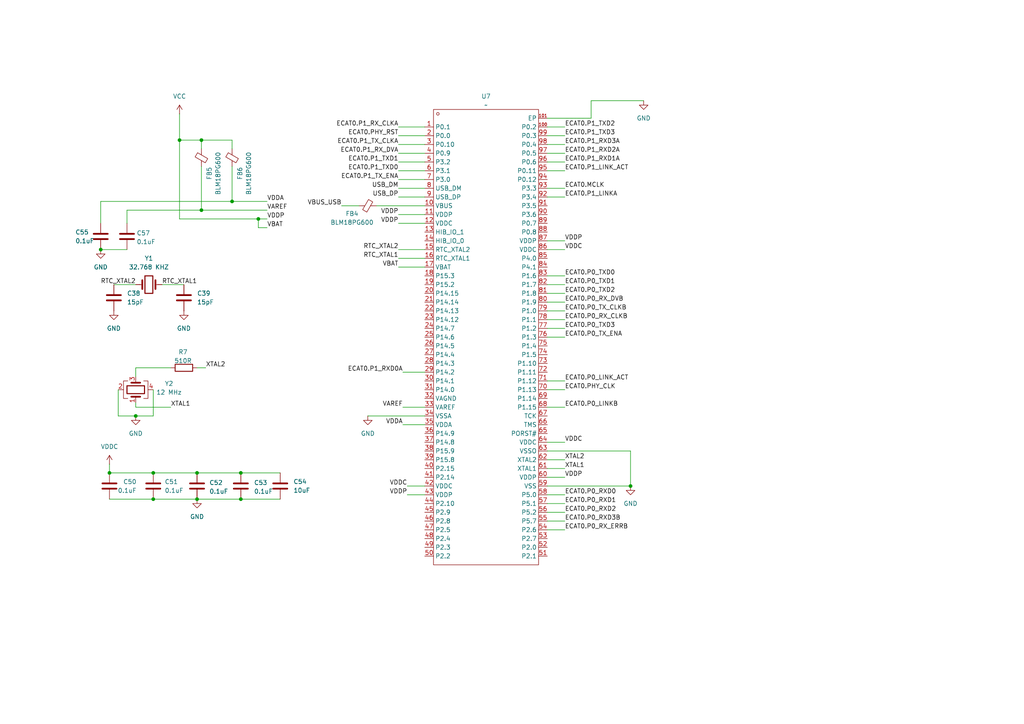
<source format=kicad_sch>
(kicad_sch (version 20231120) (generator "eeschema") (generator_version "8.0")
  (paper "A4")
  (lib_symbols
    (symbol "Device:C" (pin_numbers hide) (pin_names (offset 0.254))
      (property "Reference" "C" (at 0.635 2.54 0))
      (property "Value" "C" (at 0.635 -2.54 0))
      (symbol "C_0_1"
        (polyline (pts (xy -2.032 -0.762) (xy 2.032 -0.762)) (stroke (width 0.508)))
        (polyline (pts (xy -2.032 0.762) (xy 2.032 0.762)) (stroke (width 0.508)))
      )
      (symbol "C_1_1"
        (pin passive line (at 0 3.81 270) (length 2.794) (name "~") (number "1"))
        (pin passive line (at 0 -3.81 90) (length 2.794) (name "~") (number "2"))
      )
    )
    (symbol "Device:Crystal" (pin_numbers hide) (pin_names (offset 1.016) hide)
      (property "Reference" "Y" (at 0 3.81 0))
      (property "Value" "Crystal" (at 0 -3.81 0))
      (symbol "Crystal_0_1"
        (rectangle (start -1.143 2.54) (end 1.143 -2.54) (stroke (width 0.3048)))
        (polyline (pts (xy -2.54 0) (xy -1.905 0)))
        (polyline (pts (xy -1.905 -1.27) (xy -1.905 1.27)) (stroke (width 0.508)))
        (polyline (pts (xy 1.905 -1.27) (xy 1.905 1.27)) (stroke (width 0.508)))
        (polyline (pts (xy 2.54 0) (xy 1.905 0)))
      )
      (symbol "Crystal_1_1"
        (pin passive line (at -3.81 0 0) (length 1.27) (name "1") (number "1"))
        (pin passive line (at 3.81 0 180) (length 1.27) (name "2") (number "2"))
      )
    )
    (symbol "Device:Crystal_GND24" (pin_names (offset 1.016) hide)
      (property "Reference" "Y" (at 3.175 5.08 0))
      (property "Value" "Crystal_GND24" (at 3.175 3.175 0))
      (symbol "Crystal_GND24_0_1"
        (rectangle (start -1.143 2.54) (end 1.143 -2.54) (stroke (width 0.3048)))
        (polyline (pts (xy -2.54 0) (xy -2.032 0)))
        (polyline (pts (xy -2.032 -1.27) (xy -2.032 1.27)) (stroke (width 0.508)))
        (polyline (pts (xy 0 -3.81) (xy 0 -3.556)))
        (polyline (pts (xy 0 3.556) (xy 0 3.81)))
        (polyline (pts (xy 2.032 -1.27) (xy 2.032 1.27)) (stroke (width 0.508)))
        (polyline (pts (xy 2.032 0) (xy 2.54 0)))
        (polyline (pts (xy -2.54 -2.286) (xy -2.54 -3.556) (xy 2.54 -3.556) (xy 2.54 -2.286)))
        (polyline (pts (xy -2.54 2.286) (xy -2.54 3.556) (xy 2.54 3.556) (xy 2.54 2.286)))
      )
      (symbol "Crystal_GND24_1_1"
        (pin passive line (at -3.81 0 0) (length 1.27) (name "1") (number "1"))
        (pin passive line (at 0 5.08 270) (length 1.27) (name "2") (number "2"))
        (pin passive line (at 3.81 0 180) (length 1.27) (name "3") (number "3"))
        (pin passive line (at 0 -5.08 90) (length 1.27) (name "4") (number "4"))
      )
    )
    (symbol "Device:FerriteBead_Small" (pin_numbers hide) (pin_names (offset 0))
      (property "Reference" "FB" (at 1.905 1.27 0))
      (property "Value" "FerriteBead_Small" (at 1.905 -1.27 0))
      (symbol "FerriteBead_Small_0_1"
        (polyline (pts (xy 0 -1.27) (xy 0 -0.7874)))
        (polyline (pts (xy 0 0.889) (xy 0 1.2954)))
        (polyline (pts (xy -1.8288 0.2794) (xy -1.1176 1.4986) (xy 1.8288 -0.2032) (xy 1.1176 -1.4224) (xy -1.8288 0.2794)))
      )
      (symbol "FerriteBead_Small_1_1"
        (pin passive line (at 0 2.54 270) (length 1.27) (name "~") (number "1"))
        (pin passive line (at 0 -2.54 90) (length 1.27) (name "~") (number "2"))
      )
    )
    (symbol "Device:R" (pin_numbers hide) (pin_names (offset 0))
      (property "Reference" "R" (at 2.032 0 90))
      (property "Value" "R" (at 0 0 90))
      (symbol "R_0_1"
        (rectangle (start -1.016 -2.54) (end 1.016 2.54) (stroke (width 0.254)))
      )
      (symbol "R_1_1"
        (pin passive line (at 0 3.81 270) (length 1.27) (name "~") (number "1"))
        (pin passive line (at 0 -3.81 90) (length 1.27) (name "~") (number "2"))
      )
    )
    (symbol "XMC4800:XMC4800F100K1024AAXQMA1"
      (property "Reference" "U" (at 0 0 0))
      (symbol "XMC4800F100K1024AAXQMA1_1_0"
        (rectangle (start -15.24 -66.04) (end 15.24 66.04))
        (circle (center -13.97 64.77) (radius 0.381))
        (pin passive line (at -17.78 60.96 0) (length 2.54) (name "P0.1") (number "1"))
        (pin passive line (at -17.78 38.1 0) (length 2.54) (name "VBUS") (number "10"))
        (pin passive line (at 17.78 60.96 180) (length 2.54) (name "P0.2") (number "100"))
        (pin passive line (at 17.78 63.5 180) (length 2.54) (name "EP") (number "101"))
        (pin passive line (at -17.78 35.56 0) (length 2.54) (name "VDDP") (number "11"))
        (pin passive line (at -17.78 33.02 0) (length 2.54) (name "VDDC") (number "12"))
        (pin passive line (at -17.78 30.48 0) (length 2.54) (name "HIB_IO_1") (number "13"))
        (pin passive line (at -17.78 27.94 0) (length 2.54) (name "HIB_IO_0") (number "14"))
        (pin passive line (at -17.78 25.4 0) (length 2.54) (name "RTC_XTAL2") (number "15"))
        (pin passive line (at -17.78 22.86 0) (length 2.54) (name "RTC_XTAL1") (number "16"))
        (pin passive line (at -17.78 20.32 0) (length 2.54) (name "VBAT") (number "17"))
        (pin passive line (at -17.78 17.78 0) (length 2.54) (name "P15.3") (number "18"))
        (pin passive line (at -17.78 15.24 0) (length 2.54) (name "P15.2") (number "19"))
        (pin passive line (at -17.78 58.42 0) (length 2.54) (name "P0.0") (number "2"))
        (pin passive line (at -17.78 12.7 0) (length 2.54) (name "P14.15") (number "20"))
        (pin passive line (at -17.78 10.16 0) (length 2.54) (name "P14.14") (number "21"))
        (pin passive line (at -17.78 7.62 0) (length 2.54) (name "P14.13") (number "22"))
        (pin passive line (at -17.78 5.08 0) (length 2.54) (name "P14.12") (number "23"))
        (pin passive line (at -17.78 2.54 0) (length 2.54) (name "P14.7") (number "24"))
        (pin passive line (at -17.78 0 0) (length 2.54) (name "P14.6") (number "25"))
        (pin passive line (at -17.78 -2.54 0) (length 2.54) (name "P14.5") (number "26"))
        (pin passive line (at -17.78 -5.08 0) (length 2.54) (name "P14.4") (number "27"))
        (pin passive line (at -17.78 -7.62 0) (length 2.54) (name "P14.3") (number "28"))
        (pin passive line (at -17.78 -10.16 0) (length 2.54) (name "P14.2") (number "29"))
        (pin passive line (at -17.78 55.88 0) (length 2.54) (name "P0.10") (number "3"))
        (pin passive line (at -17.78 -12.7 0) (length 2.54) (name "P14.1") (number "30"))
        (pin passive line (at -17.78 -15.24 0) (length 2.54) (name "P14.0") (number "31"))
        (pin passive line (at -17.78 -17.78 0) (length 2.54) (name "VAGND") (number "32"))
        (pin passive line (at -17.78 -20.32 0) (length 2.54) (name "VAREF") (number "33"))
        (pin passive line (at -17.78 -22.86 0) (length 2.54) (name "VSSA") (number "34"))
        (pin passive line (at -17.78 -25.4 0) (length 2.54) (name "VDDA") (number "35"))
        (pin passive line (at -17.78 -27.94 0) (length 2.54) (name "P14.9") (number "36"))
        (pin passive line (at -17.78 -30.48 0) (length 2.54) (name "P14.8") (number "37"))
        (pin passive line (at -17.78 -33.02 0) (length 2.54) (name "P15.9") (number "38"))
        (pin passive line (at -17.78 -35.56 0) (length 2.54) (name "P15.8") (number "39"))
        (pin passive line (at -17.78 53.34 0) (length 2.54) (name "P0.9") (number "4"))
        (pin passive line (at -17.78 -38.1 0) (length 2.54) (name "P2.15") (number "40"))
        (pin passive line (at -17.78 -40.64 0) (length 2.54) (name "P2.14") (number "41"))
        (pin passive line (at -17.78 -43.18 0) (length 2.54) (name "VDDC") (number "42"))
        (pin passive line (at -17.78 -45.72 0) (length 2.54) (name "VDDP") (number "43"))
        (pin passive line (at -17.78 -48.26 0) (length 2.54) (name "P2.10") (number "44"))
        (pin passive line (at -17.78 -50.8 0) (length 2.54) (name "P2.9") (number "45"))
        (pin passive line (at -17.78 -53.34 0) (length 2.54) (name "P2.8") (number "46"))
        (pin passive line (at -17.78 -55.88 0) (length 2.54) (name "P2.5") (number "47"))
        (pin passive line (at -17.78 -58.42 0) (length 2.54) (name "P2.4") (number "48"))
        (pin passive line (at -17.78 -60.96 0) (length 2.54) (name "P2.3") (number "49"))
        (pin passive line (at -17.78 50.8 0) (length 2.54) (name "P3.2") (number "5"))
        (pin passive line (at -17.78 -63.5 0) (length 2.54) (name "P2.2") (number "50"))
        (pin passive line (at 17.78 -63.5 180) (length 2.54) (name "P2.1") (number "51"))
        (pin passive line (at 17.78 -60.96 180) (length 2.54) (name "P2.0") (number "52"))
        (pin passive line (at 17.78 -58.42 180) (length 2.54) (name "P2.7") (number "53"))
        (pin passive line (at 17.78 -55.88 180) (length 2.54) (name "P2.6") (number "54"))
        (pin passive line (at 17.78 -53.34 180) (length 2.54) (name "P5.7") (number "55"))
        (pin passive line (at 17.78 -50.8 180) (length 2.54) (name "P5.2") (number "56"))
        (pin passive line (at 17.78 -48.26 180) (length 2.54) (name "P5.1") (number "57"))
        (pin passive line (at 17.78 -45.72 180) (length 2.54) (name "P5.0") (number "58"))
        (pin passive line (at 17.78 -43.18 180) (length 2.54) (name "VSS") (number "59"))
        (pin passive line (at -17.78 48.26 0) (length 2.54) (name "P3.1") (number "6"))
        (pin passive line (at 17.78 -40.64 180) (length 2.54) (name "VDDP") (number "60"))
        (pin passive line (at 17.78 -38.1 180) (length 2.54) (name "XTAL1") (number "61"))
        (pin passive line (at 17.78 -35.56 180) (length 2.54) (name "XTAL2") (number "62"))
        (pin passive line (at 17.78 -33.02 180) (length 2.54) (name "VSSO") (number "63"))
        (pin passive line (at 17.78 -30.48 180) (length 2.54) (name "VDDC") (number "64"))
        (pin passive line (at 17.78 -27.94 180) (length 2.54) (name "PORST#") (number "65"))
        (pin passive line (at 17.78 -25.4 180) (length 2.54) (name "TMS") (number "66"))
        (pin passive line (at 17.78 -22.86 180) (length 2.54) (name "TCK") (number "67"))
        (pin passive line (at 17.78 -20.32 180) (length 2.54) (name "P1.15") (number "68"))
        (pin passive line (at 17.78 -17.78 180) (length 2.54) (name "P1.14") (number "69"))
        (pin passive line (at -17.78 45.72 0) (length 2.54) (name "P3.0") (number "7"))
        (pin passive line (at 17.78 -15.24 180) (length 2.54) (name "P1.13") (number "70"))
        (pin passive line (at 17.78 -12.7 180) (length 2.54) (name "P1.12") (number "71"))
        (pin passive line (at 17.78 -10.16 180) (length 2.54) (name "P1.11") (number "72"))
        (pin passive line (at 17.78 -7.62 180) (length 2.54) (name "P1.10") (number "73"))
        (pin passive line (at 17.78 -5.08 180) (length 2.54) (name "P1.5") (number "74"))
        (pin passive line (at 17.78 -2.54 180) (length 2.54) (name "P1.4") (number "75"))
        (pin passive line (at 17.78 0 180) (length 2.54) (name "P1.3") (number "76"))
        (pin passive line (at 17.78 2.54 180) (length 2.54) (name "P1.2") (number "77"))
        (pin passive line (at 17.78 5.08 180) (length 2.54) (name "P1.1") (number "78"))
        (pin passive line (at 17.78 7.62 180) (length 2.54) (name "P1.0") (number "79"))
        (pin passive line (at -17.78 43.18 0) (length 2.54) (name "USB_DM") (number "8"))
        (pin passive line (at 17.78 10.16 180) (length 2.54) (name "P1.9") (number "80"))
        (pin passive line (at 17.78 12.7 180) (length 2.54) (name "P1.8") (number "81"))
        (pin passive line (at 17.78 15.24 180) (length 2.54) (name "P1.7") (number "82"))
        (pin passive line (at 17.78 17.78 180) (length 2.54) (name "P1.6") (number "83"))
        (pin passive line (at 17.78 20.32 180) (length 2.54) (name "P4.1") (number "84"))
        (pin passive line (at 17.78 22.86 180) (length 2.54) (name "P4.0") (number "85"))
        (pin passive line (at 17.78 25.4 180) (length 2.54) (name "VDDC") (number "86"))
        (pin passive line (at 17.78 27.94 180) (length 2.54) (name "VDDP") (number "87"))
        (pin passive line (at 17.78 30.48 180) (length 2.54) (name "P0.8") (number "88"))
        (pin passive line (at 17.78 33.02 180) (length 2.54) (name "P0.7") (number "89"))
        (pin passive line (at -17.78 40.64 0) (length 2.54) (name "USB_DP") (number "9"))
        (pin passive line (at 17.78 35.56 180) (length 2.54) (name "P3.6") (number "90"))
        (pin passive line (at 17.78 38.1 180) (length 2.54) (name "P3.5") (number "91"))
        (pin passive line (at 17.78 40.64 180) (length 2.54) (name "P3.4") (number "92"))
        (pin passive line (at 17.78 43.18 180) (length 2.54) (name "P3.3") (number "93"))
        (pin passive line (at 17.78 45.72 180) (length 2.54) (name "P0.12") (number "94"))
        (pin passive line (at 17.78 48.26 180) (length 2.54) (name "P0.11") (number "95"))
        (pin passive line (at 17.78 50.8 180) (length 2.54) (name "P0.6") (number "96"))
        (pin passive line (at 17.78 53.34 180) (length 2.54) (name "P0.5") (number "97"))
        (pin passive line (at 17.78 55.88 180) (length 2.54) (name "P0.4") (number "98"))
        (pin passive line (at 17.78 58.42 180) (length 2.54) (name "P0.3") (number "99"))
      )
    )
    (symbol "power:GND" (power) (pin_numbers hide) (pin_names (offset 0) hide)
      (property "Value" "GND" (at 0 -3.81 0))
      (symbol "GND_0_1"
        (polyline (pts (xy 0 0) (xy 0 -1.27) (xy 1.27 -1.27) (xy 0 -2.54) (xy -1.27 -1.27) (xy 0 -1.27)))
      )
      (symbol "GND_1_1"
        (pin power_in line (at 0 0 270) (length 0) (name "~") (number "1"))
      )
    )
    (symbol "power:VCC" (power) (pin_numbers hide) (pin_names (offset 0) hide)
      (property "Value" "VCC" (at 0 3.556 0))
      (symbol "VCC_0_1"
        (polyline (pts (xy -0.762 1.27) (xy 0 2.54)))
        (polyline (pts (xy 0 0) (xy 0 2.54)))
        (polyline (pts (xy 0 2.54) (xy 0.762 1.27)))
      )
      (symbol "VCC_1_1"
        (pin power_in line (at 0 0 90) (length 0) (name "~") (number "1"))
      )
    )
    (symbol "power:VDD" (power) (pin_numbers hide) (pin_names (offset 0) hide)
      (property "Value" "VDD" (at 0 3.556 0))
      (symbol "VDD_0_1"
        (polyline (pts (xy -0.762 1.27) (xy 0 2.54)))
        (polyline (pts (xy 0 0) (xy 0 2.54)))
        (polyline (pts (xy 0 2.54) (xy 0.762 1.27)))
      )
      (symbol "VDD_1_1"
        (pin power_in line (at 0 0 90) (length 0) (name "~") (number "1"))
      )
    )
  )
  (junction (at 44.45 144.78))
  (junction (at 57.15 144.78))
  (junction (at 31.75 137.16))
  (junction (at 67.31 58.42))
  (junction (at 39.37 120.65))
  (junction (at 58.42 40.64))
  (junction (at 44.45 137.16))
  (junction (at 182.88 140.97))
  (junction (at 58.42 60.96))
  (junction (at 69.85 144.78))
  (junction (at 57.15 137.16))
  (junction (at 52.07 40.64))
  (junction (at 69.85 137.16))
  (junction (at 74.93 63.5))
  (junction (at 29.21 72.39))
  (wire (pts (xy 29.21 72.39) (xy 36.83 72.39)))
  (wire (pts (xy 116.84 123.19) (xy 123.19 123.19)))
  (wire (pts (xy 163.83 97.79) (xy 158.75 97.79)))
  (wire (pts (xy 115.57 54.61) (xy 123.19 54.61)))
  (wire (pts (xy 163.83 72.39) (xy 158.75 72.39)))
  (wire (pts (xy 99.06 59.69) (xy 104.14 59.69)))
  (wire (pts (xy 163.83 69.85) (xy 158.75 69.85)))
  (wire (pts (xy 163.83 113.03) (xy 158.75 113.03)))
  (wire (pts (xy 171.45 29.21) (xy 171.45 34.29)))
  (wire (pts (xy 46.99 82.55) (xy 53.34 82.55)))
  (wire (pts (xy 29.21 58.42) (xy 67.31 58.42)))
  (wire (pts (xy 36.83 60.96) (xy 58.42 60.96)))
  (wire (pts (xy 34.29 113.03) (xy 34.29 120.65)))
  (wire (pts (xy 115.57 74.93) (xy 123.19 74.93)))
  (wire (pts (xy 115.57 72.39) (xy 123.19 72.39)))
  (wire (pts (xy 58.42 48.26) (xy 58.42 60.96)))
  (wire (pts (xy 115.57 41.91) (xy 123.19 41.91)))
  (wire (pts (xy 39.37 120.65) (xy 44.45 120.65)))
  (wire (pts (xy 115.57 44.45) (xy 123.19 44.45)))
  (wire (pts (xy 39.37 106.68) (xy 49.53 106.68)))
  (wire (pts (xy 158.75 140.97) (xy 182.88 140.97)))
  (wire (pts (xy 163.83 49.53) (xy 158.75 49.53)))
  (wire (pts (xy 163.83 80.01) (xy 158.75 80.01)))
  (wire (pts (xy 163.83 135.89) (xy 158.75 135.89)))
  (wire (pts (xy 118.11 140.97) (xy 123.19 140.97)))
  (wire (pts (xy 115.57 64.77) (xy 123.19 64.77)))
  (wire (pts (xy 163.83 36.83) (xy 158.75 36.83)))
  (wire (pts (xy 115.57 49.53) (xy 123.19 49.53)))
  (wire (pts (xy 74.93 63.5) (xy 74.93 66.04)))
  (wire (pts (xy 31.75 134.62) (xy 31.75 137.16)))
  (wire (pts (xy 74.93 63.5) (xy 77.47 63.5)))
  (wire (pts (xy 115.57 52.07) (xy 123.19 52.07)))
  (wire (pts (xy 115.57 77.47) (xy 123.19 77.47)))
  (wire (pts (xy 39.37 118.11) (xy 49.53 118.11)))
  (wire (pts (xy 163.83 82.55) (xy 158.75 82.55)))
  (wire (pts (xy 116.84 118.11) (xy 123.19 118.11)))
  (wire (pts (xy 163.83 138.43) (xy 158.75 138.43)))
  (wire (pts (xy 52.07 40.64) (xy 52.07 63.5)))
  (wire (pts (xy 163.83 90.17) (xy 158.75 90.17)))
  (wire (pts (xy 115.57 62.23) (xy 123.19 62.23)))
  (wire (pts (xy 163.83 44.45) (xy 158.75 44.45)))
  (wire (pts (xy 58.42 60.96) (xy 77.47 60.96)))
  (wire (pts (xy 58.42 40.64) (xy 67.31 40.64)))
  (wire (pts (xy 163.83 95.25) (xy 158.75 95.25)))
  (wire (pts (xy 69.85 137.16) (xy 81.28 137.16)))
  (wire (pts (xy 163.83 92.71) (xy 158.75 92.71)))
  (wire (pts (xy 163.83 57.15) (xy 158.75 57.15)))
  (wire (pts (xy 44.45 120.65) (xy 44.45 113.03)))
  (wire (pts (xy 163.83 153.67) (xy 158.75 153.67)))
  (wire (pts (xy 58.42 40.64) (xy 58.42 43.18)))
  (wire (pts (xy 29.21 58.42) (xy 29.21 64.77)))
  (wire (pts (xy 67.31 40.64) (xy 67.31 43.18)))
  (wire (pts (xy 106.68 120.65) (xy 123.19 120.65)))
  (wire (pts (xy 52.07 40.64) (xy 58.42 40.64)))
  (wire (pts (xy 115.57 57.15) (xy 123.19 57.15)))
  (wire (pts (xy 57.15 144.78) (xy 69.85 144.78)))
  (wire (pts (xy 163.83 110.49) (xy 158.75 110.49)))
  (wire (pts (xy 57.15 137.16) (xy 69.85 137.16)))
  (wire (pts (xy 118.11 143.51) (xy 123.19 143.51)))
  (wire (pts (xy 44.45 137.16) (xy 57.15 137.16)))
  (wire (pts (xy 34.29 120.65) (xy 39.37 120.65)))
  (wire (pts (xy 163.83 41.91) (xy 158.75 41.91)))
  (wire (pts (xy 44.45 144.78) (xy 57.15 144.78)))
  (wire (pts (xy 163.83 133.35) (xy 158.75 133.35)))
  (wire (pts (xy 182.88 130.81) (xy 182.88 140.97)))
  (wire (pts (xy 163.83 148.59) (xy 158.75 148.59)))
  (wire (pts (xy 163.83 46.99) (xy 158.75 46.99)))
  (wire (pts (xy 163.83 146.05) (xy 158.75 146.05)))
  (wire (pts (xy 115.57 36.83) (xy 123.19 36.83)))
  (wire (pts (xy 163.83 143.51) (xy 158.75 143.51)))
  (wire (pts (xy 59.69 106.68) (xy 57.15 106.68)))
  (wire (pts (xy 163.83 39.37) (xy 158.75 39.37)))
  (wire (pts (xy 67.31 48.26) (xy 67.31 58.42)))
  (wire (pts (xy 163.83 151.13) (xy 158.75 151.13)))
  (wire (pts (xy 31.75 137.16) (xy 44.45 137.16)))
  (wire (pts (xy 171.45 34.29) (xy 158.75 34.29)))
  (wire (pts (xy 171.45 29.21) (xy 186.69 29.21)))
  (wire (pts (xy 67.31 58.42) (xy 77.47 58.42)))
  (wire (pts (xy 163.83 54.61) (xy 158.75 54.61)))
  (wire (pts (xy 52.07 63.5) (xy 74.93 63.5)))
  (wire (pts (xy 158.75 130.81) (xy 182.88 130.81)))
  (wire (pts (xy 74.93 66.04) (xy 77.47 66.04)))
  (wire (pts (xy 69.85 144.78) (xy 81.28 144.78)))
  (wire (pts (xy 163.83 85.09) (xy 158.75 85.09)))
  (wire (pts (xy 163.83 87.63) (xy 158.75 87.63)))
  (wire (pts (xy 163.83 118.11) (xy 158.75 118.11)))
  (wire (pts (xy 39.37 116.84) (xy 39.37 118.11)))
  (wire (pts (xy 31.75 144.78) (xy 44.45 144.78)))
  (wire (pts (xy 163.83 128.27) (xy 158.75 128.27)))
  (wire (pts (xy 115.57 39.37) (xy 123.19 39.37)))
  (wire (pts (xy 109.22 59.69) (xy 123.19 59.69)))
  (wire (pts (xy 52.07 33.02) (xy 52.07 40.64)))
  (wire (pts (xy 36.83 60.96) (xy 36.83 64.77)))
  (wire (pts (xy 116.84 107.95) (xy 123.19 107.95)))
  (wire (pts (xy 115.57 46.99) (xy 123.19 46.99)))
  (wire (pts (xy 33.02 82.55) (xy 39.37 82.55)))
  (wire (pts (xy 39.37 109.22) (xy 39.37 106.68)))
  (label "ECAT0.P0_LINKB" (at 163.83 118.11 0))
  (label "ECAT0.P1_RX_DVA" (at 115.57 44.45 180))
  (label "XTAL1" (at 49.53 118.11 0))
  (label "ECAT0.PHY_RST" (at 115.57 39.37 180))
  (label "ECAT0.P0_RXD3B" (at 163.83 151.13 0))
  (label "ECAT0.P0_TX_ENA" (at 163.83 97.79 0))
  (label "ECAT0.P0_TXD1" (at 163.83 82.55 0))
  (label "ECAT0.P0_TXD3" (at 163.83 95.25 0))
  (label "VDDP" (at 115.57 62.23 180))
  (label "ECAT0.P0_RXD1" (at 163.83 146.05 0))
  (label "ECAT0.P0_RXD2" (at 163.83 148.59 0))
  (label "ECAT0.P1_RXD3A" (at 163.83 41.91 0))
  (label "ECAT0.P0_RX_ERRB" (at 163.83 153.67 0))
  (label "ECAT0.P1_TX_ENA" (at 115.57 52.07 180))
  (label "VDDP" (at 77.47 63.5 0))
  (label "VDDC" (at 163.83 72.39 0))
  (label "RTC_XTAL2" (at 115.57 72.39 180))
  (label "ECAT0.P1_RXD1A" (at 163.83 46.99 0))
  (label "XTAL1" (at 163.83 135.89 0))
  (label "VAREF" (at 116.84 118.11 180))
  (label "ECAT0.P1_TXD3" (at 163.83 39.37 0))
  (label "VDDP" (at 118.11 143.51 180))
  (label "ECAT0.P1_RX_CLKA" (at 115.57 36.83 180))
  (label "VBAT" (at 115.57 77.47 180))
  (label "RTC_XTAL2" (at 39.37 82.55 180))
  (label "ECAT0.P0_RXD0" (at 163.83 143.51 0))
  (label "VDDP" (at 115.57 64.77 180))
  (label "ECAT0.P1_LINKA" (at 163.83 57.15 0))
  (label "ECAT0.P1_LINK_ACT" (at 163.83 49.53 0))
  (label "VAREF" (at 77.47 60.96 0))
  (label "ECAT0.P0_LINK_ACT" (at 163.83 110.49 0))
  (label "ECAT0.P1_TXD1" (at 115.57 46.99 180))
  (label "ECAT0.P1_TXD2" (at 163.83 36.83 0))
  (label "RTC_XTAL1" (at 46.99 82.55 0))
  (label "USB_DP" (at 115.57 57.15 180))
  (label "VBAT" (at 77.47 66.04 0))
  (label "VDDP" (at 163.83 69.85 0))
  (label "VDDC" (at 118.11 140.97 180))
  (label "VDDC" (at 163.83 128.27 0))
  (label "ECAT0.PHY_CLK" (at 163.83 113.03 0))
  (label "VDDP" (at 163.83 138.43 0))
  (label "RTC_XTAL1" (at 115.57 74.93 180))
  (label "ECAT0.P1_RXD0A" (at 116.84 107.95 180))
  (label "ECAT0.P0_RX_CLKB" (at 163.83 92.71 0))
  (label "XTAL2" (at 163.83 133.35 0))
  (label "VDDA" (at 116.84 123.19 180))
  (label "USB_DM" (at 115.57 54.61 180))
  (label "ECAT0.P1_TXD0" (at 115.57 49.53 180))
  (label "ECAT0.P0_TX_CLKB" (at 163.83 90.17 0))
  (label "ECAT0.P0_RX_DVB" (at 163.83 87.63 0))
  (label "ECAT0.P0_TXD0" (at 163.83 80.01 0))
  (label "ECAT0.P1_TX_CLKA" (at 115.57 41.91 180))
  (label "VDDA" (at 77.47 58.42 0))
  (label "ECAT0.MCLK" (at 163.83 54.61 0))
  (label "VBUS_USB" (at 99.06 59.69 180))
  (label "XTAL2" (at 59.69 106.68 0))
  (label "ECAT0.P1_RXD2A" (at 163.83 44.45 0))
  (label "ECAT0.P0_TXD2" (at 163.83 85.09 0))
  (symbol (lib_id "Device:C") (at 31.75 140.97 0) (mirror y) (unit 1)
    (property "Reference" "C50" (at 39.624 140.462 0) (effects (justify left bottom)))
    (property "Value" "${CAPACITANCE}" (at 39.624 143.002 0) (effects (justify left bottom)))
    (property "Footprint" "Capacitor_SMD:C_0603_1608Metric" (effects (hide yes)))
    (property "Description" "CAP CER 0.1UF 50V X7R 0603" (effects (hide yes)))
    (property "SUPPLIER 1" "Digi-Key" (effects (hide yes)))
    (property "SUPPLIER PART NUMBER 1" "490-1519-2-ND" (effects (hide yes)))
    (property "MANUFACTURER" "Murata Electronics North America" (effects (hide yes)))
    (property "MANUFACTURER PART NUMBER" "GRM188R71H104KA93D" (effects (hide yes)))
    (property "ROHS" "RoHS Compliant" (effects (hide yes)))
    (property "CATEGORY" "Capacitors" (effects (hide yes)))
    (property "PRICING 1" "4000=0.01822, 8000=0.01663, 12000=0.01584 (USD)" (effects (hide yes)))
    (property "PACKAGING" "Tape & Reel (TR)" (effects (hide yes)))
    (property "CAPACITANCE" "0.1uF" (effects (hide yes)))
    (property "TOLERANCE" "±10%" (effects (hide yes)))
    (property "VOLTAGE - RATED" "50V" (effects (hide yes)))
    (property "TEMPERATURE COEFFICIENT" "X7R" (effects (hide yes)))
    (property "MOUNTING TYPE" "Surface Mount, MLCC" (effects (hide yes)))
    (property "OPERATING TEMPERATURE" "-55°C ~ 125°C" (effects (hide yes)))
    (property "APPLICATIONS" "General Purpose" (effects (hide yes)))
    (property "RATINGS" "-" (effects (hide yes)))
    (property "PACKAGE / CASE" "0603 (1608 Metric)" (effects (hide yes)))
    (property "SIZE / DIMENSION" "0.063\" L x 0.032\" W (1.60mm x 0.80mm)" (effects (hide yes)))
    (property "HEIGHT - SEATED (MAX)" "-" (effects (hide yes)))
    (property "THICKNESS (MAX)" "0.035\" (0.90mm)" (effects (hide yes)))
    (property "LEAD SPACING" "-" (effects (hide yes)))
    (property "FEATURES" "-" (effects (hide yes)))
    (property "LEAD STYLE" "-" (effects (hide yes)))
    (property "COMPONENTLINK1URL" "http://www.murata.com/~/media/webrenewal/support/library/catalog/products/capacitor/mlcc/c02e.ashx?la=en-us" (effects (hide yes)))
    (property "COMPONENTLINK1DESCRIPTION" "http://www.murata.com/~/media/webrenewal/support/library/catalog/products/capacitor/mlcc/c02e.ashx?la=en-us" (effects (hide yes)))
    (property "STOCK" "19812000" (effects (hide yes)))
    (property "PART STATUS" "Active" (effects (hide yes)))
    (property "SUPPLIER 2" "Digi-Key" (effects (hide yes)))
    (property "SUPPLIER PART NUMBER 2" "490-1519-1-ND" (effects (hide yes)))
    (property "PRICING 2" "1=0.12, 10=0.084, 100=0.0396, 500=0.02778, 1000=0.023 (USD)" (effects (hide yes)))
    (property "LCSC Part #" "C77055" (effects (hide yes)))
  )
  (symbol (lib_id "Device:C") (at 29.21 68.58 0) (unit 1)
    (property "Reference" "C55" (at 21.844 68.072 0) (effects (justify left bottom)))
    (property "Value" "${CAPACITANCE}" (at 21.844 70.612 0) (effects (justify left bottom)))
    (property "Footprint" "Capacitor_SMD:C_0603_1608Metric" (effects (hide yes)))
    (property "Description" "CAP CER 0.1UF 50V X7R 0603" (effects (hide yes)))
    (property "SUPPLIER 1" "Digi-Key" (effects (hide yes)))
    (property "SUPPLIER PART NUMBER 1" "490-1519-2-ND" (effects (hide yes)))
    (property "MANUFACTURER" "Murata Electronics North America" (effects (hide yes)))
    (property "MANUFACTURER PART NUMBER" "GRM188R71H104KA93D" (effects (hide yes)))
    (property "ROHS" "RoHS Compliant" (effects (hide yes)))
    (property "CATEGORY" "Capacitors" (effects (hide yes)))
    (property "PRICING 1" "4000=0.01822, 8000=0.01663, 12000=0.01584 (USD)" (effects (hide yes)))
    (property "PACKAGING" "Tape & Reel (TR)" (effects (hide yes)))
    (property "CAPACITANCE" "0.1uF" (effects (hide yes)))
    (property "TOLERANCE" "±10%" (effects (hide yes)))
    (property "VOLTAGE - RATED" "50V" (effects (hide yes)))
    (property "TEMPERATURE COEFFICIENT" "X7R" (effects (hide yes)))
    (property "MOUNTING TYPE" "Surface Mount, MLCC" (effects (hide yes)))
    (property "OPERATING TEMPERATURE" "-55°C ~ 125°C" (effects (hide yes)))
    (property "APPLICATIONS" "General Purpose" (effects (hide yes)))
    (property "RATINGS" "-" (effects (hide yes)))
    (property "PACKAGE / CASE" "0603 (1608 Metric)" (effects (hide yes)))
    (property "SIZE / DIMENSION" "0.063\" L x 0.032\" W (1.60mm x 0.80mm)" (effects (hide yes)))
    (property "HEIGHT - SEATED (MAX)" "-" (effects (hide yes)))
    (property "THICKNESS (MAX)" "0.035\" (0.90mm)" (effects (hide yes)))
    (property "LEAD SPACING" "-" (effects (hide yes)))
    (property "FEATURES" "-" (effects (hide yes)))
    (property "LEAD STYLE" "-" (effects (hide yes)))
    (property "COMPONENTLINK1URL" "http://www.murata.com/~/media/webrenewal/support/library/catalog/products/capacitor/mlcc/c02e.ashx?la=en-us" (effects (hide yes)))
    (property "COMPONENTLINK1DESCRIPTION" "http://www.murata.com/~/media/webrenewal/support/library/catalog/products/capacitor/mlcc/c02e.ashx?la=en-us" (effects (hide yes)))
    (property "STOCK" "19812000" (effects (hide yes)))
    (property "PART STATUS" "Active" (effects (hide yes)))
    (property "SUPPLIER 2" "Digi-Key" (effects (hide yes)))
    (property "SUPPLIER PART NUMBER 2" "490-1519-1-ND" (effects (hide yes)))
    (property "PRICING 2" "1=0.12, 10=0.084, 100=0.0396, 500=0.02778, 1000=0.023 (USD)" (effects (hide yes)))
    (property "LCSC Part #" "C77055" (effects (hide yes)))
  )
  (symbol (lib_id "Device:FerriteBead_Small") (at 67.31 45.72 180) (unit 1)
    (property "Reference" "FB6" (at 69.596 50.292 90))
    (property "Value" "BLM18PG600" (at 72.136 50.292 90))
    (property "Description" "Ferrite bead, small symbol" (effects (hide yes)))
    (property "LCSC Part #" " C85834" (effects (hide yes)))
  )
  (symbol (lib_id "Device:Crystal") (at 43.18 82.55 0) (unit 1)
    (property "Reference" "Y1" (at 43.18 74.93 0))
    (property "Value" "32.768 KHZ" (at 43.18 77.47 0))
    (property "Footprint" " SMD3215-2P" (effects (hide yes)))
    (property "Datasheet" "ABS07-32.768KHZ-T" (effects (hide yes)))
    (property "Description" "ABS07-32.768KHZ-T" (effects (hide yes)))
    (property "LCSC Part #" "C130253" (effects (hide yes)))
  )
  (symbol (lib_id "power:GND") (at 29.21 72.39 0) (unit 1)
    (property "Reference" "#PWR067" (effects (hide yes)))
    (property "Value" "GND" (at 29.21 77.47 0))
    (property "Description" "Power symbol creates a global label with name \"GND\" , ground" (effects (hide yes)))
  )
  (symbol (lib_id "Device:C") (at 53.34 86.36 0) (unit 1)
    (property "Reference" "C39" (at 57.15 85.0899 0) (effects (justify left)))
    (property "Value" "15pF" (at 57.15 87.6299 0) (effects (justify left)))
    (property "Description" "Unpolarized capacitor" (effects (hide yes)))
  )
  (symbol (lib_id "Device:C") (at 69.85 140.97 0) (unit 1)
    (property "Reference" "C53" (at 73.66 140.716 0) (effects (justify left bottom)))
    (property "Value" "${CAPACITANCE}" (at 73.66 143.256 0) (effects (justify left bottom)))
    (property "Footprint" "Capacitor_SMD:C_0603_1608Metric" (effects (hide yes)))
    (property "Description" "CAP CER 0.1UF 50V X7R 0603" (effects (hide yes)))
    (property "SUPPLIER 1" "Digi-Key" (effects (hide yes)))
    (property "SUPPLIER PART NUMBER 1" "490-1519-2-ND" (effects (hide yes)))
    (property "MANUFACTURER" "Murata Electronics North America" (effects (hide yes)))
    (property "MANUFACTURER PART NUMBER" "GRM188R71H104KA93D" (effects (hide yes)))
    (property "ROHS" "RoHS Compliant" (effects (hide yes)))
    (property "CATEGORY" "Capacitors" (effects (hide yes)))
    (property "PRICING 1" "4000=0.01822, 8000=0.01663, 12000=0.01584 (USD)" (effects (hide yes)))
    (property "PACKAGING" "Tape & Reel (TR)" (effects (hide yes)))
    (property "CAPACITANCE" "0.1uF" (effects (hide yes)))
    (property "TOLERANCE" "±10%" (effects (hide yes)))
    (property "VOLTAGE - RATED" "50V" (effects (hide yes)))
    (property "TEMPERATURE COEFFICIENT" "X7R" (effects (hide yes)))
    (property "MOUNTING TYPE" "Surface Mount, MLCC" (effects (hide yes)))
    (property "OPERATING TEMPERATURE" "-55°C ~ 125°C" (effects (hide yes)))
    (property "APPLICATIONS" "General Purpose" (effects (hide yes)))
    (property "RATINGS" "-" (effects (hide yes)))
    (property "PACKAGE / CASE" "0603 (1608 Metric)" (effects (hide yes)))
    (property "SIZE / DIMENSION" "0.063\" L x 0.032\" W (1.60mm x 0.80mm)" (effects (hide yes)))
    (property "HEIGHT - SEATED (MAX)" "-" (effects (hide yes)))
    (property "THICKNESS (MAX)" "0.035\" (0.90mm)" (effects (hide yes)))
    (property "LEAD SPACING" "-" (effects (hide yes)))
    (property "FEATURES" "-" (effects (hide yes)))
    (property "LEAD STYLE" "-" (effects (hide yes)))
    (property "COMPONENTLINK1URL" "http://www.murata.com/~/media/webrenewal/support/library/catalog/products/capacitor/mlcc/c02e.ashx?la=en-us" (effects (hide yes)))
    (property "COMPONENTLINK1DESCRIPTION" "http://www.murata.com/~/media/webrenewal/support/library/catalog/products/capacitor/mlcc/c02e.ashx?la=en-us" (effects (hide yes)))
    (property "STOCK" "19812000" (effects (hide yes)))
    (property "PART STATUS" "Active" (effects (hide yes)))
    (property "SUPPLIER 2" "Digi-Key" (effects (hide yes)))
    (property "SUPPLIER PART NUMBER 2" "490-1519-1-ND" (effects (hide yes)))
    (property "PRICING 2" "1=0.12, 10=0.084, 100=0.0396, 500=0.02778, 1000=0.023 (USD)" (effects (hide yes)))
    (property "LCSC Part #" "C77055" (effects (hide yes)))
  )
  (symbol (lib_id "Device:FerriteBead_Small") (at 106.68 59.69 90) (unit 1)
    (property "Reference" "FB4" (at 102.108 61.976 90))
    (property "Value" "BLM18PG600" (at 102.108 64.516 90))
    (property "Description" "Ferrite bead, small symbol" (effects (hide yes)))
    (property "LCSC Part #" " C85834" (effects (hide yes)))
  )
  (symbol (lib_id "power:GND") (at 106.68 120.65 0) (unit 1)
    (property "Reference" "#PWR063" (effects (hide yes)))
    (property "Value" "GND" (at 106.68 125.73 0))
    (property "Description" "Power symbol creates a global label with name \"GND\" , ground" (effects (hide yes)))
  )
  (symbol (lib_id "Device:R") (at 53.34 106.68 90) (unit 1)
    (property "Reference" "R7" (at 53.086 102.108 90))
    (property "Value" "510R" (at 53.086 104.648 90))
    (property "Description" "Resistor" (effects (hide yes)))
  )
  (symbol (lib_id "XMC4800:XMC4800F100K1024AAXQMA1") (at 140.97 97.79 0) (unit 1)
    (property "Reference" "U7" (at 140.97 27.94 0))
    (property "Value" "~" (at 140.97 30.48 0))
    (property "Footprint" "ProLibrary_pcs_2024-07-15:PG-LQFP-100_L14.0-W14.0-P0.50-LS16.0-BL-EP7.0" (effects (hide yes)))
    (property "Datasheet" "https://atta.szlcsc.com/upload/public/pdf/source/20200715/C540675_5165BA35FF18CB1556BE0B89552E0BA0.pdf" (effects (hide yes)))
    (property "Description" "CPU Core:ARM-M4 Program Storage Size:1MB RAM Size:200KB GPIO Ports Number:75 Operating Voltage Range:3.13V~3.63V Operating Voltage Range:3.13V~3.63V CPU Maximum Speed:144MHz Program Memory Type:FLASH Operating Temperature Range:-40°C~+125°C Operating Temper" (effects (hide yes)))
    (property "Manufacturer Part" "XMC4800F100K1024AAXQMA1" (effects (hide yes)))
    (property "Manufacturer" "Infineon(英飞凌)" (effects (hide yes)))
    (property "Supplier Part" "C1345207" (effects (hide yes)))
    (property "Supplier" "LCSC" (effects (hide yes)))
    (property "LCSC Part Name" "XMC4800F100K1024AAXQMA1" (effects (hide yes)))
    (property "LCSC Part #" "C1345207" (effects (hide yes)))
  )
  (symbol (lib_id "power:VCC") (at 52.07 33.02 0) (unit 1)
    (property "Reference" "#PWR017" (effects (hide yes)))
    (property "Value" "VCC" (at 52.07 27.94 0))
    (property "Description" "Power symbol creates a global label with name \"VCC\"" (effects (hide yes)))
  )
  (symbol (lib_id "power:GND") (at 186.69 29.21 0) (unit 1)
    (property "Reference" "#PWR016" (effects (hide yes)))
    (property "Value" "GND" (at 186.69 34.29 0))
    (property "Description" "Power symbol creates a global label with name \"GND\" , ground" (effects (hide yes)))
  )
  (symbol (lib_id "Device:C") (at 44.45 140.97 0) (unit 1)
    (property "Reference" "C51" (at 47.752 140.462 0) (effects (justify left bottom)))
    (property "Value" "${CAPACITANCE}" (at 47.752 143.002 0) (effects (justify left bottom)))
    (property "Footprint" "Capacitor_SMD:C_0603_1608Metric" (effects (hide yes)))
    (property "Description" "CAP CER 0.1UF 50V X7R 0603" (effects (hide yes)))
    (property "SUPPLIER 1" "Digi-Key" (effects (hide yes)))
    (property "SUPPLIER PART NUMBER 1" "490-1519-2-ND" (effects (hide yes)))
    (property "MANUFACTURER" "Murata Electronics North America" (effects (hide yes)))
    (property "MANUFACTURER PART NUMBER" "GRM188R71H104KA93D" (effects (hide yes)))
    (property "ROHS" "RoHS Compliant" (effects (hide yes)))
    (property "CATEGORY" "Capacitors" (effects (hide yes)))
    (property "PRICING 1" "4000=0.01822, 8000=0.01663, 12000=0.01584 (USD)" (effects (hide yes)))
    (property "PACKAGING" "Tape & Reel (TR)" (effects (hide yes)))
    (property "CAPACITANCE" "0.1uF" (effects (hide yes)))
    (property "TOLERANCE" "±10%" (effects (hide yes)))
    (property "VOLTAGE - RATED" "50V" (effects (hide yes)))
    (property "TEMPERATURE COEFFICIENT" "X7R" (effects (hide yes)))
    (property "MOUNTING TYPE" "Surface Mount, MLCC" (effects (hide yes)))
    (property "OPERATING TEMPERATURE" "-55°C ~ 125°C" (effects (hide yes)))
    (property "APPLICATIONS" "General Purpose" (effects (hide yes)))
    (property "RATINGS" "-" (effects (hide yes)))
    (property "PACKAGE / CASE" "0603 (1608 Metric)" (effects (hide yes)))
    (property "SIZE / DIMENSION" "0.063\" L x 0.032\" W (1.60mm x 0.80mm)" (effects (hide yes)))
    (property "HEIGHT - SEATED (MAX)" "-" (effects (hide yes)))
    (property "THICKNESS (MAX)" "0.035\" (0.90mm)" (effects (hide yes)))
    (property "LEAD SPACING" "-" (effects (hide yes)))
    (property "FEATURES" "-" (effects (hide yes)))
    (property "LEAD STYLE" "-" (effects (hide yes)))
    (property "COMPONENTLINK1URL" "http://www.murata.com/~/media/webrenewal/support/library/catalog/products/capacitor/mlcc/c02e.ashx?la=en-us" (effects (hide yes)))
    (property "COMPONENTLINK1DESCRIPTION" "http://www.murata.com/~/media/webrenewal/support/library/catalog/products/capacitor/mlcc/c02e.ashx?la=en-us" (effects (hide yes)))
    (property "STOCK" "19812000" (effects (hide yes)))
    (property "PART STATUS" "Active" (effects (hide yes)))
    (property "SUPPLIER 2" "Digi-Key" (effects (hide yes)))
    (property "SUPPLIER PART NUMBER 2" "490-1519-1-ND" (effects (hide yes)))
    (property "PRICING 2" "1=0.12, 10=0.084, 100=0.0396, 500=0.02778, 1000=0.023 (USD)" (effects (hide yes)))
    (property "LCSC Part #" "C77055" (effects (hide yes)))
  )
  (symbol (lib_id "Device:Crystal_GND24") (at 39.37 113.03 90) (unit 1)
    (property "Reference" "Y2" (at 49.022 111.252 90))
    (property "Value" "12 MHz" (at 49.022 113.792 90))
    (property "Footprint" "SMD3225-4P" (effects (hide yes)))
    (property "Description" "Four pin crystal, GND on pins 2 and 4" (effects (hide yes)))
    (property "LCSC Part #" "C251604" (effects (hide yes)))
  )
  (symbol (lib_id "power:GND") (at 39.37 120.65 0) (unit 1)
    (property "Reference" "#PWR055" (effects (hide yes)))
    (property "Value" "GND" (at 39.37 125.73 0))
    (property "Description" "Power symbol creates a global label with name \"GND\" , ground" (effects (hide yes)))
  )
  (symbol (lib_id "power:GND") (at 57.15 144.78 0) (unit 1)
    (property "Reference" "#PWR066" (effects (hide yes)))
    (property "Value" "GND" (at 57.15 149.86 0))
    (property "Description" "Power symbol creates a global label with name \"GND\" , ground" (effects (hide yes)))
  )
  (symbol (lib_id "power:GND") (at 53.34 90.17 0) (unit 1)
    (property "Reference" "#PWR036" (effects (hide yes)))
    (property "Value" "GND" (at 53.34 95.25 0))
    (property "Description" "Power symbol creates a global label with name \"GND\" , ground" (effects (hide yes)))
  )
  (symbol (lib_id "Device:C") (at 57.15 140.97 0) (unit 1)
    (property "Reference" "C52" (at 60.706 140.716 0) (effects (justify left bottom)))
    (property "Value" "${CAPACITANCE}" (at 60.706 143.256 0) (effects (justify left bottom)))
    (property "Footprint" "Capacitor_SMD:C_0603_1608Metric" (effects (hide yes)))
    (property "Description" "CAP CER 0.1UF 50V X7R 0603" (effects (hide yes)))
    (property "SUPPLIER 1" "Digi-Key" (effects (hide yes)))
    (property "SUPPLIER PART NUMBER 1" "490-1519-2-ND" (effects (hide yes)))
    (property "MANUFACTURER" "Murata Electronics North America" (effects (hide yes)))
    (property "MANUFACTURER PART NUMBER" "GRM188R71H104KA93D" (effects (hide yes)))
    (property "ROHS" "RoHS Compliant" (effects (hide yes)))
    (property "CATEGORY" "Capacitors" (effects (hide yes)))
    (property "PRICING 1" "4000=0.01822, 8000=0.01663, 12000=0.01584 (USD)" (effects (hide yes)))
    (property "PACKAGING" "Tape & Reel (TR)" (effects (hide yes)))
    (property "CAPACITANCE" "0.1uF" (effects (hide yes)))
    (property "TOLERANCE" "±10%" (effects (hide yes)))
    (property "VOLTAGE - RATED" "50V" (effects (hide yes)))
    (property "TEMPERATURE COEFFICIENT" "X7R" (effects (hide yes)))
    (property "MOUNTING TYPE" "Surface Mount, MLCC" (effects (hide yes)))
    (property "OPERATING TEMPERATURE" "-55°C ~ 125°C" (effects (hide yes)))
    (property "APPLICATIONS" "General Purpose" (effects (hide yes)))
    (property "RATINGS" "-" (effects (hide yes)))
    (property "PACKAGE / CASE" "0603 (1608 Metric)" (effects (hide yes)))
    (property "SIZE / DIMENSION" "0.063\" L x 0.032\" W (1.60mm x 0.80mm)" (effects (hide yes)))
    (property "HEIGHT - SEATED (MAX)" "-" (effects (hide yes)))
    (property "THICKNESS (MAX)" "0.035\" (0.90mm)" (effects (hide yes)))
    (property "LEAD SPACING" "-" (effects (hide yes)))
    (property "FEATURES" "-" (effects (hide yes)))
    (property "LEAD STYLE" "-" (effects (hide yes)))
    (property "COMPONENTLINK1URL" "http://www.murata.com/~/media/webrenewal/support/library/catalog/products/capacitor/mlcc/c02e.ashx?la=en-us" (effects (hide yes)))
    (property "COMPONENTLINK1DESCRIPTION" "http://www.murata.com/~/media/webrenewal/support/library/catalog/products/capacitor/mlcc/c02e.ashx?la=en-us" (effects (hide yes)))
    (property "STOCK" "19812000" (effects (hide yes)))
    (property "PART STATUS" "Active" (effects (hide yes)))
    (property "SUPPLIER 2" "Digi-Key" (effects (hide yes)))
    (property "SUPPLIER PART NUMBER 2" "490-1519-1-ND" (effects (hide yes)))
    (property "PRICING 2" "1=0.12, 10=0.084, 100=0.0396, 500=0.02778, 1000=0.023 (USD)" (effects (hide yes)))
    (property "LCSC Part #" "C77055" (effects (hide yes)))
  )
  (symbol (lib_id "Device:FerriteBead_Small") (at 58.42 45.72 180) (unit 1)
    (property "Reference" "FB5" (at 60.706 50.292 90))
    (property "Value" "BLM18PG600" (at 63.246 50.292 90))
    (property "Description" "Ferrite bead, small symbol" (effects (hide yes)))
    (property "LCSC Part #" " C85834" (effects (hide yes)))
  )
  (symbol (lib_id "power:GND") (at 33.02 90.17 0) (unit 1)
    (property "Reference" "#PWR035" (effects (hide yes)))
    (property "Value" "GND" (at 33.02 95.25 0))
    (property "Description" "Power symbol creates a global label with name \"GND\" , ground" (effects (hide yes)))
  )
  (symbol (lib_id "Device:C") (at 36.83 68.58 0) (unit 1)
    (property "Reference" "C57" (at 39.624 68.326 0) (effects (justify left bottom)))
    (property "Value" "${CAPACITANCE}" (at 39.624 70.866 0) (effects (justify left bottom)))
    (property "Footprint" "Capacitor_SMD:C_0603_1608Metric" (effects (hide yes)))
    (property "Description" "CAP CER 0.1UF 50V X7R 0603" (effects (hide yes)))
    (property "SUPPLIER 1" "Digi-Key" (effects (hide yes)))
    (property "SUPPLIER PART NUMBER 1" "490-1519-2-ND" (effects (hide yes)))
    (property "MANUFACTURER" "Murata Electronics North America" (effects (hide yes)))
    (property "MANUFACTURER PART NUMBER" "GRM188R71H104KA93D" (effects (hide yes)))
    (property "ROHS" "RoHS Compliant" (effects (hide yes)))
    (property "CATEGORY" "Capacitors" (effects (hide yes)))
    (property "PRICING 1" "4000=0.01822, 8000=0.01663, 12000=0.01584 (USD)" (effects (hide yes)))
    (property "PACKAGING" "Tape & Reel (TR)" (effects (hide yes)))
    (property "CAPACITANCE" "0.1uF" (effects (hide yes)))
    (property "TOLERANCE" "±10%" (effects (hide yes)))
    (property "VOLTAGE - RATED" "50V" (effects (hide yes)))
    (property "TEMPERATURE COEFFICIENT" "X7R" (effects (hide yes)))
    (property "MOUNTING TYPE" "Surface Mount, MLCC" (effects (hide yes)))
    (property "OPERATING TEMPERATURE" "-55°C ~ 125°C" (effects (hide yes)))
    (property "APPLICATIONS" "General Purpose" (effects (hide yes)))
    (property "RATINGS" "-" (effects (hide yes)))
    (property "PACKAGE / CASE" "0603 (1608 Metric)" (effects (hide yes)))
    (property "SIZE / DIMENSION" "0.063\" L x 0.032\" W (1.60mm x 0.80mm)" (effects (hide yes)))
    (property "HEIGHT - SEATED (MAX)" "-" (effects (hide yes)))
    (property "THICKNESS (MAX)" "0.035\" (0.90mm)" (effects (hide yes)))
    (property "LEAD SPACING" "-" (effects (hide yes)))
    (property "FEATURES" "-" (effects (hide yes)))
    (property "LEAD STYLE" "-" (effects (hide yes)))
    (property "COMPONENTLINK1URL" "http://www.murata.com/~/media/webrenewal/support/library/catalog/products/capacitor/mlcc/c02e.ashx?la=en-us" (effects (hide yes)))
    (property "COMPONENTLINK1DESCRIPTION" "http://www.murata.com/~/media/webrenewal/support/library/catalog/products/capacitor/mlcc/c02e.ashx?la=en-us" (effects (hide yes)))
    (property "STOCK" "19812000" (effects (hide yes)))
    (property "PART STATUS" "Active" (effects (hide yes)))
    (property "SUPPLIER 2" "Digi-Key" (effects (hide yes)))
    (property "SUPPLIER PART NUMBER 2" "490-1519-1-ND" (effects (hide yes)))
    (property "PRICING 2" "1=0.12, 10=0.084, 100=0.0396, 500=0.02778, 1000=0.023 (USD)" (effects (hide yes)))
    (property "LCSC Part #" "C77055" (effects (hide yes)))
  )
  (symbol (lib_id "power:VDD") (at 31.75 134.62 0) (unit 1)
    (property "Reference" "#PWR065" (effects (hide yes)))
    (property "Value" "VDDC" (at 31.75 129.54 0))
    (property "Description" "Power symbol creates a global label with name \"VDD\"" (effects (hide yes)))
  )
  (symbol (lib_id "Device:C") (at 81.28 140.97 0) (unit 1)
    (property "Reference" "C54" (at 85.09 139.6999 0) (effects (justify left)))
    (property "Value" "10uF" (at 85.09 142.2399 0) (effects (justify left)))
    (property "Description" "Unpolarized capacitor" (effects (hide yes)))
    (property "LCSC Part #" "C77075" (effects (hide yes)))
  )
  (symbol (lib_id "power:GND") (at 182.88 140.97 0) (unit 1)
    (property "Reference" "#PWR064" (effects (hide yes)))
    (property "Value" "GND" (at 182.88 146.05 0))
    (property "Description" "Power symbol creates a global label with name \"GND\" , ground" (effects (hide yes)))
  )
  (symbol (lib_id "Device:C") (at 33.02 86.36 0) (unit 1)
    (property "Reference" "C38" (at 36.83 85.0899 0) (effects (justify left)))
    (property "Value" "15pF" (at 36.83 87.6299 0) (effects (justify left)))
    (property "Description" "Unpolarized capacitor" (effects (hide yes)))
  )
)
</source>
